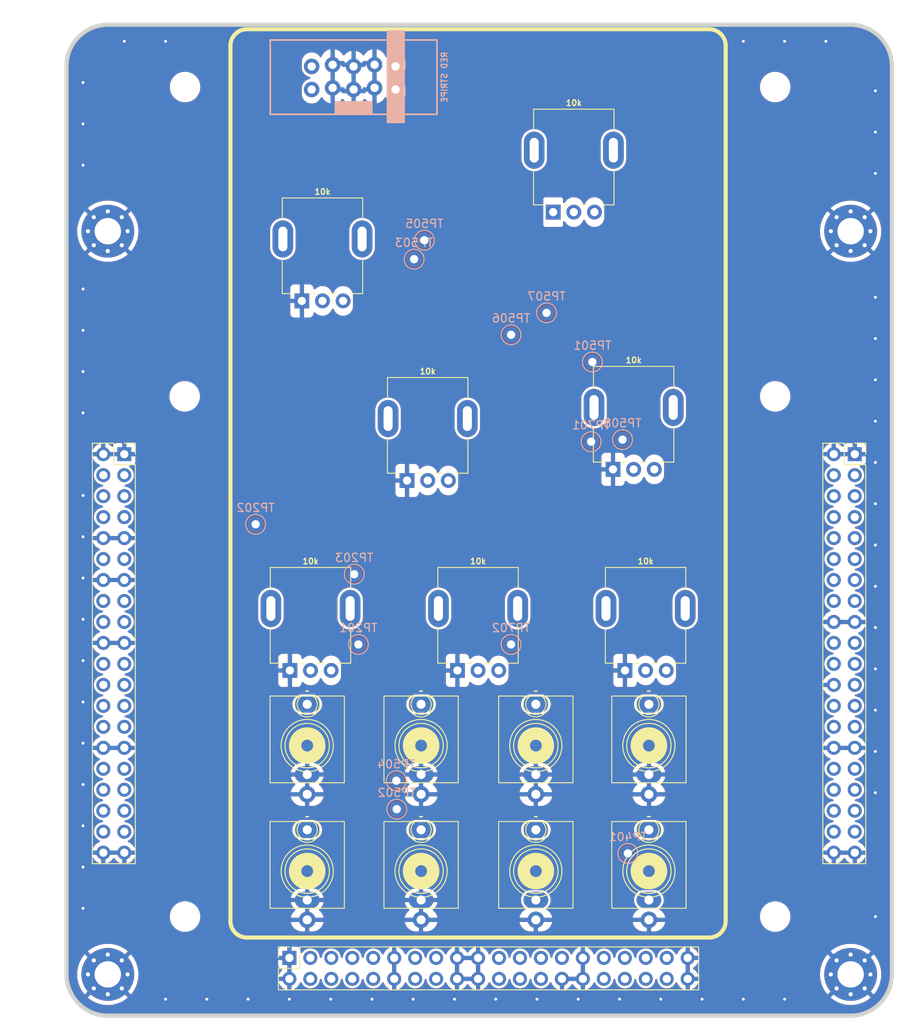
<source format=kicad_pcb>
(kicad_pcb (version 20221018) (generator pcbnew)
  (title_block (title "Neptune: Hubble Lens") (date "2023-10-02") (rev "v0") (company "Winterbloom") (comment 1 "neptune.wntr.dev") (comment 2 "CERN-OHL-P v2"))
  (layers (0 "F.Cu" signal) (31 "B.Cu" signal) (34 "B.Paste" user) (35 "F.Paste" user) (36 "B.SilkS" user "B.Silkscreen") (37 "F.SilkS" user "F.Silkscreen") (38 "B.Mask" user) (39 "F.Mask" user) (44 "Edge.Cuts" user))
  (net 0 "")
  (net 1 "GND")
  (net 2 "-12V")
  (net 3 "+12V")
  (net 4 "+3V3")
  (net 24 "DAC_3D")
  (net 25 "DAC_3C")
  (net 26 "DAC_3A")
  (net 27 "DAC_3B")
  (net 28 "DAC_4D")
  (net 29 "DAC_4C")
  (net 30 "DAC_4A")
  (net 31 "DAC_4B")
  (net 32 "DAC_1D")
  (net 33 "DAC_1C")
  (net 34 "DAC_1A")
  (net 35 "DAC_1B")
  (net 36 "DAC_2D")
  (net 37 "DAC_2C")
  (net 38 "DAC_2A")
  (net 39 "DAC_2B")
  (net 46 "EXT_OSC_A")
  (net 47 "EXT_AUDIO_B")
  (net 48 "EXT_OSC_B")
  (net 49 "EXT_OSC_C")
  (net 51 "EXT_AUDIO_A")
  (net 52 "ADC_2C")
  (net 53 "ADC_2D")
  (net 54 "ADC_2A")
  (net 55 "ADC_3C")
  (net 56 "ADC_3D")
  (net 57 "ADC_3A")
  (net 58 "ADC_3B")
  (net 59 "ADC_4C")
  (net 60 "ADC_4D")
  (net 61 "ADC_4A")
  (net 62 "ADC_1C")
  (net 63 "ADC_1D")
  (net 64 "ADC_1A")
  (net 65 "ADC_1B")
  (net 66 "IO5")
  (net 67 "IO4")
  (net 68 "IO3")
  (net 69 "IO2")
  (net 70 "IO1")
  (net 71 "EXT_INST_C")
  (net 72 "EXT_INST_D")
  (net 73 "EXT_INST_B")
  (net 74 "EXT_INST_A")
  (net 75 "EXT_FG_B")
  (net 76 "EXT_FG_A")
  (net 77 "EXT_MM_A")
  (net 78 "EXT_MM_V")
  (net 79 "EXT_OSC_D")
  (net 80 "ADC_2B")
  (net 81 "ADC_4B")
  (net 85 "Net-(J201--12V-Pad1)")
  (net 86 "Net-(J201-GND-Pad3)")
  (net 87 "Net-(J201-+12V-Pad10)")
  (footprint "Connector_PinSocket_2.54mm:PinSocket_2x20_P2.54mm_Vertical" (layer "F.Cu") (at 37.84 101.71)
    (fp_text reference "J101" hide)
    (fp_text value "Left" hide)
    (pad "1" thru_hole rect locked (at 0 0) (size 1.7 1.7) (drill 1) (layers "*.Cu" "*.Mask") (net 1 "GND"))
    (pad "2" thru_hole oval locked (at -2.54 0) (size 1.7 1.7) (drill 1) (layers "*.Cu" "*.Mask") (net 1 "GND"))
    (pad "3" thru_hole oval locked (at 0 2.54) (size 1.7 1.7) (drill 1) (layers "*.Cu" "*.Mask") (net 3 "+12V"))
    (pad "4" thru_hole oval locked (at -2.54 2.54) (size 1.7 1.7) (drill 1) (layers "*.Cu" "*.Mask") (net 2 "-12V"))
    (pad "5" thru_hole oval locked (at 0 5.08) (size 1.7 1.7) (drill 1) (layers "*.Cu" "*.Mask") (net 3 "+12V"))
    (pad "6" thru_hole oval locked (at -2.54 5.08) (size 1.7 1.7) (drill 1) (layers "*.Cu" "*.Mask") (net 2 "-12V"))
    (pad "7" thru_hole oval locked (at 0 7.62) (size 1.7 1.7) (drill 1) (layers "*.Cu" "*.Mask"))
    (pad "8" thru_hole oval locked (at -2.54 7.62) (size 1.7 1.7) (drill 1) (layers "*.Cu" "*.Mask"))
    (pad "9" thru_hole oval locked (at 0 10.16) (size 1.7 1.7) (drill 1) (layers "*.Cu" "*.Mask") (net 1 "GND"))
    (pad "10" thru_hole oval locked (at -2.54 10.16) (size 1.7 1.7) (drill 1) (layers "*.Cu" "*.Mask") (net 1 "GND"))
    (pad "11" thru_hole oval locked (at 0 12.7) (size 1.7 1.7) (drill 1) (layers "*.Cu" "*.Mask") (net 4 "+3V3"))
    (pad "12" thru_hole oval locked (at -2.54 12.7) (size 1.7 1.7) (drill 1) (layers "*.Cu" "*.Mask") (net 4 "+3V3"))
    (pad "13" thru_hole oval locked (at 0 15.24) (size 1.7 1.7) (drill 1) (layers "*.Cu" "*.Mask") (net 1 "GND"))
    (pad "14" thru_hole oval locked (at -2.54 15.24) (size 1.7 1.7) (drill 1) (layers "*.Cu" "*.Mask") (net 1 "GND"))
    (pad "15" thru_hole oval locked (at 0 17.78) (size 1.7 1.7) (drill 1) (layers "*.Cu" "*.Mask"))
    (pad "16" thru_hole oval locked (at -2.54 17.78) (size 1.7 1.7) (drill 1) (layers "*.Cu" "*.Mask"))
    (pad "17" thru_hole oval locked (at 0 20.32) (size 1.7 1.7) (drill 1) (layers "*.Cu" "*.Mask"))
    (pad "18" thru_hole oval locked (at -2.54 20.32) (size 1.7 1.7) (drill 1) (layers "*.Cu" "*.Mask"))
    (pad "19" thru_hole oval locked (at 0 22.86) (size 1.7 1.7) (drill 1) (layers "*.Cu" "*.Mask") (net 1 "GND"))
    (pad "20" thru_hole oval locked (at -2.54 22.86) (size 1.7 1.7) (drill 1) (layers "*.Cu" "*.Mask") (net 1 "GND"))
    (pad "21" thru_hole oval locked (at 0 25.4) (size 1.7 1.7) (drill 1) (layers "*.Cu" "*.Mask") (net 65 "ADC_1B"))
    (pad "22" thru_hole oval locked (at -2.54 25.4) (size 1.7 1.7) (drill 1) (layers "*.Cu" "*.Mask") (net 64 "ADC_1A"))
    (pad "23" thru_hole oval locked (at 0 27.94) (size 1.7 1.7) (drill 1) (layers "*.Cu" "*.Mask") (net 63 "ADC_1D"))
    (pad "24" thru_hole oval locked (at -2.54 27.94) (size 1.7 1.7) (drill 1) (layers "*.Cu" "*.Mask") (net 62 "ADC_1C"))
    (pad "25" thru_hole oval locked (at 0 30.48) (size 1.7 1.7) (drill 1) (layers "*.Cu" "*.Mask") (net 81 "ADC_4B"))
    (pad "26" thru_hole oval locked (at -2.54 30.48) (size 1.7 1.7) (drill 1) (layers "*.Cu" "*.Mask") (net 61 "ADC_4A"))
    (pad "27" thru_hole oval locked (at 0 33.02) (size 1.7 1.7) (drill 1) (layers "*.Cu" "*.Mask") (net 60 "ADC_4D"))
    (pad "28" thru_hole oval locked (at -2.54 33.02) (size 1.7 1.7) (drill 1) (layers "*.Cu" "*.Mask") (net 59 "ADC_4C"))
    (pad "29" thru_hole oval locked (at 0 35.56) (size 1.7 1.7) (drill 1) (layers "*.Cu" "*.Mask") (net 1 "GND"))
    (pad "30" thru_hole oval locked (at -2.54 35.56) (size 1.7 1.7) (drill 1) (layers "*.Cu" "*.Mask") (net 1 "GND"))
    (pad "31" thru_hole oval locked (at 0 38.1) (size 1.7 1.7) (drill 1) (layers "*.Cu" "*.Mask") (net 58 "ADC_3B"))
    (pad "32" thru_hole oval locked (at -2.54 38.1) (size 1.7 1.7) (drill 1) (layers "*.Cu" "*.Mask") (net 57 "ADC_3A"))
    (pad "33" thru_hole oval locked (at 0 40.64) (size 1.7 1.7) (drill 1) (layers "*.Cu" "*.Mask") (net 56 "ADC_3D"))
    (pad "34" thru_hole oval locked (at -2.54 40.64) (size 1.7 1.7) (drill 1) (layers "*.Cu" "*.Mask") (net 55 "ADC_3C"))
    (pad "35" thru_hole oval locked (at 0 43.18) (size 1.7 1.7) (drill 1) (layers "*.Cu" "*.Mask") (net 80 "ADC_2B"))
    (pad "36" thru_hole oval locked (at -2.54 43.18) (size 1.7 1.7) (drill 1) (layers "*.Cu" "*.Mask") (net 54 "ADC_2A"))
    (pad "37" thru_hole oval locked (at 0 45.72) (size 1.7 1.7) (drill 1) (layers "*.Cu" "*.Mask") (net 53 "ADC_2D"))
    (pad "38" thru_hole oval locked (at -2.54 45.72) (size 1.7 1.7) (drill 1) (layers "*.Cu" "*.Mask") (net 52 "ADC_2C"))
    (pad "39" thru_hole oval locked (at 0 48.26) (size 1.7 1.7) (drill 1) (layers "*.Cu" "*.Mask") (net 1 "GND"))
    (pad "40" thru_hole oval locked (at -2.54 48.26) (size 1.7 1.7) (drill 1) (layers "*.Cu" "*.Mask") (net 1 "GND"))
  )
  (footprint "Connector_PinSocket_2.54mm:PinSocket_2x20_P2.54mm_Vertical" (layer "F.Cu") (at 57.84 162.71 90)
    (fp_text reference "J102" hide)
    (fp_text value "Bottom" hide)
    (pad "1" thru_hole rect locked (at 0 0 90) (size 1.7 1.7) (drill 1) (layers "*.Cu" "*.Mask") (net 1 "GND"))
    (pad "2" thru_hole oval locked (at -2.54 0 90) (size 1.7 1.7) (drill 1) (layers "*.Cu" "*.Mask") (net 1 "GND"))
    (pad "3" thru_hole oval locked (at 0 2.54 90) (size 1.7 1.7) (drill 1) (layers "*.Cu" "*.Mask"))
    (pad "4" thru_hole oval locked (at -2.54 2.54 90) (size 1.7 1.7) (drill 1) (layers "*.Cu" "*.Mask"))
    (pad "5" thru_hole oval locked (at 0 5.08 90) (size 1.7 1.7) (drill 1) (layers "*.Cu" "*.Mask"))
    (pad "6" thru_hole oval locked (at -2.54 5.08 90) (size 1.7 1.7) (drill 1) (layers "*.Cu" "*.Mask"))
    (pad "7" thru_hole oval locked (at 0 7.62 90) (size 1.7 1.7) (drill 1) (layers "*.Cu" "*.Mask"))
    (pad "8" thru_hole oval locked (at -2.54 7.62 90) (size 1.7 1.7) (drill 1) (layers "*.Cu" "*.Mask"))
    (pad "9" thru_hole oval locked (at 0 10.16 90) (size 1.7 1.7) (drill 1) (layers "*.Cu" "*.Mask"))
    (pad "10" thru_hole oval locked (at -2.54 10.16 90) (size 1.7 1.7) (drill 1) (layers "*.Cu" "*.Mask"))
    (pad "11" thru_hole oval locked (at 0 12.7 90) (size 1.7 1.7) (drill 1) (layers "*.Cu" "*.Mask") (net 1 "GND"))
    (pad "12" thru_hole oval locked (at -2.54 12.7 90) (size 1.7 1.7) (drill 1) (layers "*.Cu" "*.Mask") (net 1 "GND"))
    (pad "13" thru_hole oval locked (at 0 15.24 90) (size 1.7 1.7) (drill 1) (layers "*.Cu" "*.Mask"))
    (pad "14" thru_hole oval locked (at -2.54 15.24 90) (size 1.7 1.7) (drill 1) (layers "*.Cu" "*.Mask"))
    (pad "15" thru_hole oval locked (at 0 17.78 90) (size 1.7 1.7) (drill 1) (layers "*.Cu" "*.Mask"))
    (pad "16" thru_hole oval locked (at -2.54 17.78 90) (size 1.7 1.7) (drill 1) (layers "*.Cu" "*.Mask"))
    (pad "17" thru_hole oval locked (at 0 20.32 90) (size 1.7 1.7) (drill 1) (layers "*.Cu" "*.Mask") (net 1 "GND"))
    (pad "18" thru_hole oval locked (at -2.54 20.32 90) (size 1.7 1.7) (drill 1) (layers "*.Cu" "*.Mask") (net 1 "GND"))
    (pad "19" thru_hole oval locked (at 0 22.86 90) (size 1.7 1.7) (drill 1) (layers "*.Cu" "*.Mask") (net 1 "GND"))
    (pad "20" thru_hole oval locked (at -2.54 22.86 90) (size 1.7 1.7) (drill 1) (layers "*.Cu" "*.Mask") (net 1 "GND"))
    (pad "21" thru_hole oval locked (at 0 25.4 90) (size 1.7 1.7) (drill 1) (layers "*.Cu" "*.Mask"))
    (pad "22" thru_hole oval locked (at -2.54 25.4 90) (size 1.7 1.7) (drill 1) (layers "*.Cu" "*.Mask"))
    (pad "23" thru_hole oval locked (at 0 27.94 90) (size 1.7 1.7) (drill 1) (layers "*.Cu" "*.Mask"))
    (pad "24" thru_hole oval locked (at -2.54 27.94 90) (size 1.7 1.7) (drill 1) (layers "*.Cu" "*.Mask"))
    (pad "25" thru_hole oval locked (at 0 30.48 90) (size 1.7 1.7) (drill 1) (layers "*.Cu" "*.Mask"))
    (pad "26" thru_hole oval locked (at -2.54 30.48 90) (size 1.7 1.7) (drill 1) (layers "*.Cu" "*.Mask"))
    (pad "27" thru_hole oval locked (at 0 33.02 90) (size 1.7 1.7) (drill 1) (layers "*.Cu" "*.Mask"))
    (pad "28" thru_hole oval locked (at -2.54 33.02 90) (size 1.7 1.7) (drill 1) (layers "*.Cu" "*.Mask") (net 1 "GND"))
    (pad "29" thru_hole oval locked (at 0 35.56 90) (size 1.7 1.7) (drill 1) (layers "*.Cu" "*.Mask") (net 1 "GND"))
    (pad "30" thru_hole oval locked (at -2.54 35.56 90) (size 1.7 1.7) (drill 1) (layers "*.Cu" "*.Mask") (net 1 "GND"))
    (pad "31" thru_hole oval locked (at 0 38.1 90) (size 1.7 1.7) (drill 1) (layers "*.Cu" "*.Mask") (net 24 "DAC_3D"))
    (pad "32" thru_hole oval locked (at -2.54 38.1 90) (size 1.7 1.7) (drill 1) (layers "*.Cu" "*.Mask") (net 25 "DAC_3C"))
    (pad "33" thru_hole oval locked (at 0 40.64 90) (size 1.7 1.7) (drill 1) (layers "*.Cu" "*.Mask") (net 27 "DAC_3B"))
    (pad "34" thru_hole oval locked (at -2.54 40.64 90) (size 1.7 1.7) (drill 1) (layers "*.Cu" "*.Mask") (net 26 "DAC_3A"))
    (pad "35" thru_hole oval locked (at 0 43.18 90) (size 1.7 1.7) (drill 1) (layers "*.Cu" "*.Mask") (net 36 "DAC_2D"))
    (pad "36" thru_hole oval locked (at -2.54 43.18 90) (size 1.7 1.7) (drill 1) (layers "*.Cu" "*.Mask") (net 37 "DAC_2C"))
    (pad "37" thru_hole oval locked (at 0 45.72 90) (size 1.7 1.7) (drill 1) (layers "*.Cu" "*.Mask") (net 39 "DAC_2B"))
    (pad "38" thru_hole oval locked (at -2.54 45.72 90) (size 1.7 1.7) (drill 1) (layers "*.Cu" "*.Mask") (net 38 "DAC_2A"))
    (pad "39" thru_hole oval locked (at 0 48.26 90) (size 1.7 1.7) (drill 1) (layers "*.Cu" "*.Mask") (net 1 "GND"))
    (pad "40" thru_hole oval locked (at -2.54 48.26 90) (size 1.7 1.7) (drill 1) (layers "*.Cu" "*.Mask") (net 1 "GND"))
  )
  (footprint "Connector_PinSocket_2.54mm:PinSocket_2x20_P2.54mm_Vertical" (layer "F.Cu") (at 126.34 101.71)
    (fp_text reference "J103" hide)
    (fp_text value "Right" hide)
    (pad "1" thru_hole rect locked (at 0 0) (size 1.7 1.7) (drill 1) (layers "*.Cu" "*.Mask") (net 1 "GND"))
    (pad "2" thru_hole oval locked (at -2.54 0) (size 1.7 1.7) (drill 1) (layers "*.Cu" "*.Mask") (net 1 "GND"))
    (pad "3" thru_hole oval locked (at 0 2.54) (size 1.7 1.7) (drill 1) (layers "*.Cu" "*.Mask") (net 46 "EXT_OSC_A"))
    (pad "4" thru_hole oval locked (at -2.54 2.54) (size 1.7 1.7) (drill 1) (layers "*.Cu" "*.Mask") (net 48 "EXT_OSC_B"))
    (pad "5" thru_hole oval locked (at 0 5.08) (size 1.7 1.7) (drill 1) (layers "*.Cu" "*.Mask") (net 79 "EXT_OSC_D"))
    (pad "6" thru_hole oval locked (at -2.54 5.08) (size 1.7 1.7) (drill 1) (layers "*.Cu" "*.Mask") (net 49 "EXT_OSC_C"))
    (pad "7" thru_hole oval locked (at 0 7.62) (size 1.7 1.7) (drill 1) (layers "*.Cu" "*.Mask") (net 51 "EXT_AUDIO_A"))
    (pad "8" thru_hole oval locked (at -2.54 7.62) (size 1.7 1.7) (drill 1) (layers "*.Cu" "*.Mask") (net 47 "EXT_AUDIO_B"))
    (pad "9" thru_hole oval locked (at 0 10.16) (size 1.7 1.7) (drill 1) (layers "*.Cu" "*.Mask") (net 78 "EXT_MM_V"))
    (pad "10" thru_hole oval locked (at -2.54 10.16) (size 1.7 1.7) (drill 1) (layers "*.Cu" "*.Mask") (net 77 "EXT_MM_A"))
    (pad "11" thru_hole oval locked (at 0 12.7) (size 1.7 1.7) (drill 1) (layers "*.Cu" "*.Mask") (net 76 "EXT_FG_A"))
    (pad "12" thru_hole oval locked (at -2.54 12.7) (size 1.7 1.7) (drill 1) (layers "*.Cu" "*.Mask") (net 75 "EXT_FG_B"))
    (pad "13" thru_hole oval locked (at 0 15.24) (size 1.7 1.7) (drill 1) (layers "*.Cu" "*.Mask") (net 74 "EXT_INST_A"))
    (pad "14" thru_hole oval locked (at -2.54 15.24) (size 1.7 1.7) (drill 1) (layers "*.Cu" "*.Mask") (net 73 "EXT_INST_B"))
    (pad "15" thru_hole oval locked (at 0 17.78) (size 1.7 1.7) (drill 1) (layers "*.Cu" "*.Mask") (net 72 "EXT_INST_D"))
    (pad "16" thru_hole oval locked (at -2.54 17.78) (size 1.7 1.7) (drill 1) (layers "*.Cu" "*.Mask") (net 71 "EXT_INST_C"))
    (pad "17" thru_hole oval locked (at 0 20.32) (size 1.7 1.7) (drill 1) (layers "*.Cu" "*.Mask") (net 1 "GND"))
    (pad "18" thru_hole oval locked (at -2.54 20.32) (size 1.7 1.7) (drill 1) (layers "*.Cu" "*.Mask") (net 1 "GND"))
    (pad "19" thru_hole oval locked (at 0 22.86) (size 1.7 1.7) (drill 1) (layers "*.Cu" "*.Mask") (net 70 "IO1"))
    (pad "20" thru_hole oval locked (at -2.54 22.86) (size 1.7 1.7) (drill 1) (layers "*.Cu" "*.Mask") (net 69 "IO2"))
    (pad "21" thru_hole oval locked (at 0 25.4) (size 1.7 1.7) (drill 1) (layers "*.Cu" "*.Mask") (net 68 "IO3"))
    (pad "22" thru_hole oval locked (at -2.54 25.4) (size 1.7 1.7) (drill 1) (layers "*.Cu" "*.Mask") (net 67 "IO4"))
    (pad "23" thru_hole oval locked (at 0 27.94) (size 1.7 1.7) (drill 1) (layers "*.Cu" "*.Mask") (net 66 "IO5"))
    (pad "24" thru_hole oval locked (at -2.54 27.94) (size 1.7 1.7) (drill 1) (layers "*.Cu" "*.Mask") (net 1 "GND"))
    (pad "25" thru_hole oval locked (at 0 30.48) (size 1.7 1.7) (drill 1) (layers "*.Cu" "*.Mask"))
    (pad "26" thru_hole oval locked (at -2.54 30.48) (size 1.7 1.7) (drill 1) (layers "*.Cu" "*.Mask"))
    (pad "27" thru_hole oval locked (at 0 33.02) (size 1.7 1.7) (drill 1) (layers "*.Cu" "*.Mask"))
    (pad "28" thru_hole oval locked (at -2.54 33.02) (size 1.7 1.7) (drill 1) (layers "*.Cu" "*.Mask"))
    (pad "29" thru_hole oval locked (at 0 35.56) (size 1.7 1.7) (drill 1) (layers "*.Cu" "*.Mask") (net 1 "GND"))
    (pad "30" thru_hole oval locked (at -2.54 35.56) (size 1.7 1.7) (drill 1) (layers "*.Cu" "*.Mask") (net 1 "GND"))
    (pad "31" thru_hole oval locked (at 0 38.1) (size 1.7 1.7) (drill 1) (layers "*.Cu" "*.Mask") (net 35 "DAC_1B"))
    (pad "32" thru_hole oval locked (at -2.54 38.1) (size 1.7 1.7) (drill 1) (layers "*.Cu" "*.Mask") (net 34 "DAC_1A"))
    (pad "33" thru_hole oval locked (at 0 40.64) (size 1.7 1.7) (drill 1) (layers "*.Cu" "*.Mask") (net 32 "DAC_1D"))
    (pad "34" thru_hole oval locked (at -2.54 40.64) (size 1.7 1.7) (drill 1) (layers "*.Cu" "*.Mask") (net 33 "DAC_1C"))
    (pad "35" thru_hole oval locked (at 0 43.18) (size 1.7 1.7) (drill 1) (layers "*.Cu" "*.Mask") (net 31 "DAC_4B"))
    (pad "36" thru_hole oval locked (at -2.54 43.18) (size 1.7 1.7) (drill 1) (layers "*.Cu" "*.Mask") (net 30 "DAC_4A"))
    (pad "37" thru_hole oval locked (at 0 45.72) (size 1.7 1.7) (drill 1) (layers "*.Cu" "*.Mask") (net 28 "DAC_4D"))
    (pad "38" thru_hole oval locked (at -2.54 45.72) (size 1.7 1.7) (drill 1) (layers "*.Cu" "*.Mask") (net 29 "DAC_4C"))
    (pad "39" thru_hole oval locked (at 0 48.26) (size 1.7 1.7) (drill 1) (layers "*.Cu" "*.Mask") (net 1 "GND"))
    (pad "40" thru_hole oval locked (at -2.54 48.26) (size 1.7 1.7) (drill 1) (layers "*.Cu" "*.Mask") (net 1 "GND"))
  )
  (footprint "MountingHole:MountingHole_3.2mm_M3_Pad_Via" (layer "F.Cu") (at 35.84 74.71)
    (fp_text reference "H2" hide)
    (fp_text value "M3" hide)
    (pad "1" thru_hole circle (at -2.4 0) (size 0.8 0.8) (drill 0.5) (layers "*.Cu" "*.Mask") (net 1 "GND"))
    (pad "1" thru_hole circle (at -1.697056 -1.697056) (size 0.8 0.8) (drill 0.5) (layers "*.Cu" "*.Mask") (net 1 "GND"))
    (pad "1" thru_hole circle (at -1.697056 1.697056) (size 0.8 0.8) (drill 0.5) (layers "*.Cu" "*.Mask") (net 1 "GND"))
    (pad "1" thru_hole circle (at 0 -2.4) (size 0.8 0.8) (drill 0.5) (layers "*.Cu" "*.Mask") (net 1 "GND"))
    (pad "1" thru_hole circle (at 0 0) (size 6.4 6.4) (drill 3.2) (layers "*.Cu" "*.Mask") (net 1 "GND"))
    (pad "1" thru_hole circle (at 0 2.4) (size 0.8 0.8) (drill 0.5) (layers "*.Cu" "*.Mask") (net 1 "GND"))
    (pad "1" thru_hole circle (at 1.697056 -1.697056) (size 0.8 0.8) (drill 0.5) (layers "*.Cu" "*.Mask") (net 1 "GND"))
    (pad "1" thru_hole circle (at 1.697056 1.697056) (size 0.8 0.8) (drill 0.5) (layers "*.Cu" "*.Mask") (net 1 "GND"))
    (pad "1" thru_hole circle (at 2.4 0) (size 0.8 0.8) (drill 0.5) (layers "*.Cu" "*.Mask") (net 1 "GND"))
  )
  (footprint "MountingHole:MountingHole_3.2mm_M3_Pad_Via" (layer "F.Cu") (at 125.84 164.71)
    (fp_text reference "H3" hide)
    (fp_text value "M3" hide)
    (pad "1" thru_hole circle (at -2.4 0) (size 0.8 0.8) (drill 0.5) (layers "*.Cu" "*.Mask") (net 1 "GND"))
    (pad "1" thru_hole circle (at -1.697056 -1.697056) (size 0.8 0.8) (drill 0.5) (layers "*.Cu" "*.Mask") (net 1 "GND"))
    (pad "1" thru_hole circle (at -1.697056 1.697056) (size 0.8 0.8) (drill 0.5) (layers "*.Cu" "*.Mask") (net 1 "GND"))
    (pad "1" thru_hole circle (at 0 -2.4) (size 0.8 0.8) (drill 0.5) (layers "*.Cu" "*.Mask") (net 1 "GND"))
    (pad "1" thru_hole circle (at 0 0) (size 6.4 6.4) (drill 3.2) (layers "*.Cu" "*.Mask") (net 1 "GND"))
    (pad "1" thru_hole circle (at 0 2.4) (size 0.8 0.8) (drill 0.5) (layers "*.Cu" "*.Mask") (net 1 "GND"))
    (pad "1" thru_hole circle (at 1.697056 -1.697056) (size 0.8 0.8) (drill 0.5) (layers "*.Cu" "*.Mask") (net 1 "GND"))
    (pad "1" thru_hole circle (at 1.697056 1.697056) (size 0.8 0.8) (drill 0.5) (layers "*.Cu" "*.Mask") (net 1 "GND"))
    (pad "1" thru_hole circle (at 2.4 0) (size 0.8 0.8) (drill 0.5) (layers "*.Cu" "*.Mask") (net 1 "GND"))
  )
  (footprint "MountingHole:MountingHole_3.2mm_M3_Pad_Via" (layer "F.Cu") (at 125.84 74.71)
    (fp_text reference "H4" hide)
    (fp_text value "M3" hide)
    (pad "1" thru_hole circle (at -2.4 0) (size 0.8 0.8) (drill 0.5) (layers "*.Cu" "*.Mask") (net 1 "GND"))
    (pad "1" thru_hole circle (at -1.697056 -1.697056) (size 0.8 0.8) (drill 0.5) (layers "*.Cu" "*.Mask") (net 1 "GND"))
    (pad "1" thru_hole circle (at -1.697056 1.697056) (size 0.8 0.8) (drill 0.5) (layers "*.Cu" "*.Mask") (net 1 "GND"))
    (pad "1" thru_hole circle (at 0 -2.4) (size 0.8 0.8) (drill 0.5) (layers "*.Cu" "*.Mask") (net 1 "GND"))
    (pad "1" thru_hole circle (at 0 0) (size 6.4 6.4) (drill 3.2) (layers "*.Cu" "*.Mask") (net 1 "GND"))
    (pad "1" thru_hole circle (at 0 2.4) (size 0.8 0.8) (drill 0.5) (layers "*.Cu" "*.Mask") (net 1 "GND"))
    (pad "1" thru_hole circle (at 1.697056 -1.697056) (size 0.8 0.8) (drill 0.5) (layers "*.Cu" "*.Mask") (net 1 "GND"))
    (pad "1" thru_hole circle (at 1.697056 1.697056) (size 0.8 0.8) (drill 0.5) (layers "*.Cu" "*.Mask") (net 1 "GND"))
    (pad "1" thru_hole circle (at 2.4 0) (size 0.8 0.8) (drill 0.5) (layers "*.Cu" "*.Mask") (net 1 "GND"))
  )
  (footprint "MountingHole:MountingHole_3.2mm_M3_Pad_Via" (layer "F.Cu") (at 35.84 164.71)
    (fp_text reference "H5" hide)
    (fp_text value "M3" hide)
    (pad "1" thru_hole circle (at -2.4 0) (size 0.8 0.8) (drill 0.5) (layers "*.Cu" "*.Mask") (net 1 "GND"))
    (pad "1" thru_hole circle (at -1.697056 -1.697056) (size 0.8 0.8) (drill 0.5) (layers "*.Cu" "*.Mask") (net 1 "GND"))
    (pad "1" thru_hole circle (at -1.697056 1.697056) (size 0.8 0.8) (drill 0.5) (layers "*.Cu" "*.Mask") (net 1 "GND"))
    (pad "1" thru_hole circle (at 0 -2.4) (size 0.8 0.8) (drill 0.5) (layers "*.Cu" "*.Mask") (net 1 "GND"))
    (pad "1" thru_hole circle (at 0 0) (size 6.4 6.4) (drill 3.2) (layers "*.Cu" "*.Mask") (net 1 "GND"))
    (pad "1" thru_hole circle (at 0 2.4) (size 0.8 0.8) (drill 0.5) (layers "*.Cu" "*.Mask") (net 1 "GND"))
    (pad "1" thru_hole circle (at 1.697056 -1.697056) (size 0.8 0.8) (drill 0.5) (layers "*.Cu" "*.Mask") (net 1 "GND"))
    (pad "1" thru_hole circle (at 1.697056 1.697056) (size 0.8 0.8) (drill 0.5) (layers "*.Cu" "*.Mask") (net 1 "GND"))
    (pad "1" thru_hole circle (at 2.4 0) (size 0.8 0.8) (drill 0.5) (layers "*.Cu" "*.Mask") (net 1 "GND"))
  )
  (footprint "MountingHole:MountingHole_3.2mm_M3" (layer "F.Cu") (at 45.2 157.71)
    (fp_text reference "H6" hide)
    (fp_text value "M3" hide)
    (pad "" np_thru_hole circle (at 0 0) (size 3.2 3.2) (drill 3.2) (layers "*.Cu" "*.Mask"))
  )
  (footprint "MountingHole:MountingHole_3.2mm_M3" (layer "F.Cu") (at 116.7 157.71)
    (fp_text reference "H7" hide)
    (fp_text value "M3" hide)
    (pad "" np_thru_hole circle (at 0 0) (size 3.2 3.2) (drill 3.2) (layers "*.Cu" "*.Mask"))
  )
  (footprint "MountingHole:MountingHole_3.2mm_M3" (layer "F.Cu") (at 45.2 57.25)
    (fp_text reference "H8" hide)
    (fp_text value "M3" hide)
    (pad "" np_thru_hole circle (at 0 0) (size 3.2 3.2) (drill 3.2) (layers "*.Cu" "*.Mask"))
  )
  (footprint "MountingHole:MountingHole_3.2mm_M3" (layer "F.Cu") (at 116.7 57.25)
    (fp_text reference "H9" hide)
    (fp_text value "M3" hide)
    (pad "" np_thru_hole circle (at 0 0) (size 3.2 3.2) (drill 3.2) (layers "*.Cu" "*.Mask"))
  )
  (footprint "winterbloom:AudioJack_WQP518MA_Compact_S" (layer "F.Cu") (at 73.8 152.2)
    (fp_text reference "J302" hide)
    (fp_text value "~" (at 0.01 -6.61 180) (layer "F.SilkS") (effects (font (size 0.7 0.7))))
    (pad "S" thru_hole circle locked (at 0 5.9) (size 2 2) (drill 1.1) (layers "*.Cu" "*.Mask"))
    (pad "T" thru_hole oval locked (at 0 -5) (size 3 2) (drill 1.1) (layers "*.Cu" "*.Mask"))
    (pad "TN" thru_hole oval locked (at 0 3.5) (size 3 2) (drill 1.1) (layers "*.Cu" "*.Mask"))
    (zone (net 0) (net_name "") (layer "F.Cu") (connect_pads (clearance 0)) (min_thickness 0.254)
      (keepout (tracks not_allowed) (vias not_allowed) (pads not_allowed) (copperpour not_allowed) (footprints not_allowed))
      (fill (thermal_gap 0.508) (thermal_bridge_width 0.508))
      (polygon (pts (xy 74.7 151) (xy 75.2 151.6) (xy 75.3 152.2) (xy 75.2 152.8) (xy 74.7 153.4) (xy 73.8 153.7) (xy 72.9 153.4) (xy 72.4 152.8) (xy 72.3 152.2) (xy 72.4 151.6) (xy 72.9 151) (xy 73.8 150.7)))
    )
  )
  (footprint "winterbloom:AudioJack_WQP518MA_Compact_S" (layer "F.Cu") (at 87.7 137)
    (fp_text reference "J401" hide)
    (fp_text value "~" (at 0.01 -6.61 180) (layer "F.SilkS") (effects (font (size 0.7 0.7))))
    (pad "S" thru_hole circle locked (at 0 5.9) (size 2 2) (drill 1.1) (layers "*.Cu" "*.Mask"))
    (pad "T" thru_hole oval locked (at 0 -5) (size 3 2) (drill 1.1) (layers "*.Cu" "*.Mask"))
    (pad "TN" thru_hole oval locked (at 0 3.5) (size 3 2) (drill 1.1) (layers "*.Cu" "*.Mask"))
    (zone (net 0) (net_name "") (layer "F.Cu") (connect_pads (clearance 0)) (min_thickness 0.254)
      (keepout (tracks not_allowed) (vias not_allowed) (pads not_allowed) (copperpour not_allowed) (footprints not_allowed))
      (fill (thermal_gap 0.508) (thermal_bridge_width 0.508))
      (polygon (pts (xy 88.6 135.8) (xy 89.1 136.4) (xy 89.2 137) (xy 89.1 137.6) (xy 88.6 138.2) (xy 87.7 138.5) (xy 86.8 138.2) (xy 86.3 137.6) (xy 86.2 137) (xy 86.3 136.4) (xy 86.8 135.8) (xy 87.7 135.5)))
    )
  )
  (footprint "winterbloom:AudioJack_WQP518MA_Compact_S" (layer "F.Cu") (at 101.4 152.2)
    (fp_text reference "J802" hide)
    (fp_text value "~" (at 0.01 -6.61 180) (layer "F.SilkS") (effects (font (size 0.7 0.7))))
    (pad "S" thru_hole circle locked (at 0 5.9) (size 2 2) (drill 1.1) (layers "*.Cu" "*.Mask"))
    (pad "T" thru_hole oval locked (at 0 -5) (size 3 2) (drill 1.1) (layers "*.Cu" "*.Mask"))
    (pad "TN" thru_hole oval locked (at 0 3.5) (size 3 2) (drill 1.1) (layers "*.Cu" "*.Mask"))
    (zone (net 0) (net_name "") (layer "F.Cu") (connect_pads (clearance 0)) (min_thickness 0.254)
      (keepout (tracks not_allowed) (vias not_allowed) (pads not_allowed) (copperpour not_allowed) (footprints not_allowed))
      (fill (thermal_gap 0.508) (thermal_bridge_width 0.508))
      (polygon (pts (xy 102.3 151) (xy 102.8 151.6) (xy 102.9 152.2) (xy 102.8 152.8) (xy 102.3 153.4) (xy 101.4 153.7) (xy 100.5 153.4) (xy 100 152.8) (xy 99.9 152.2) (xy 100 151.6) (xy 100.5 151) (xy 101.4 150.7)))
    )
  )
  (footprint "winterbloom:Potentiometer_Alpha_R0904N" (layer "F.Cu") (at 101 120.4)
    (fp_text reference "RV403")
    (fp_text value "10k" (at 0.005 -5.72) (layer "F.SilkS") (effects (font (size 0.7 0.7))))
    (pad "" thru_hole oval locked (at -4.8 0 180) (size 2.5 4.5) (drill oval 1.1 3) (layers "*.Cu" "*.Mask"))
    (pad "" thru_hole oval locked (at 4.8 0 180) (size 2.5 4.5) (drill oval 1.1 3) (layers "*.Cu" "*.Mask"))
    (pad "1" thru_hole rect locked (at -2.5 7.5 180) (size 1.8 1.8) (drill 1) (layers "*.Cu" "*.Mask"))
    (pad "2" thru_hole circle locked (at 0 7.5 180) (size 1.8 1.8) (drill 1) (layers "*.Cu" "*.Mask"))
    (pad "3" thru_hole circle locked (at 2.5 7.5 180) (size 1.8 1.8) (drill 1) (layers "*.Cu" "*.Mask"))
  )
  (footprint "winterbloom:Potentiometer_Alpha_R0904N" (layer "F.Cu") (at 61.85 75.65)
    (fp_text reference "RV601")
    (fp_text value "10k" (at 0.005 -5.72) (layer "F.SilkS") (effects (font (size 0.7 0.7))))
    (pad "" thru_hole oval locked (at -4.8 0 180) (size 2.5 4.5) (drill oval 1.1 3) (layers "*.Cu" "*.Mask"))
    (pad "" thru_hole oval locked (at 4.8 0 180) (size 2.5 4.5) (drill oval 1.1 3) (layers "*.Cu" "*.Mask"))
    (pad "1" thru_hole rect locked (at -2.5 7.5 180) (size 1.8 1.8) (drill 1) (layers "*.Cu" "*.Mask"))
    (pad "2" thru_hole circle locked (at 0 7.5 180) (size 1.8 1.8) (drill 1) (layers "*.Cu" "*.Mask"))
    (pad "3" thru_hole circle locked (at 2.5 7.5 180) (size 1.8 1.8) (drill 1) (layers "*.Cu" "*.Mask"))
  )
  (footprint "winterbloom:Potentiometer_Alpha_R0904N" (layer "F.Cu") (at 60.4 120.4)
    (fp_text reference "RV301")
    (fp_text value "10k" (at 0.005 -5.72) (layer "F.SilkS") (effects (font (size 0.7 0.7))))
    (pad "" thru_hole oval locked (at -4.8 0 180) (size 2.5 4.5) (drill oval 1.1 3) (layers "*.Cu" "*.Mask"))
    (pad "" thru_hole oval locked (at 4.8 0 180) (size 2.5 4.5) (drill oval 1.1 3) (layers "*.Cu" "*.Mask"))
    (pad "1" thru_hole rect locked (at -2.5 7.5 180) (size 1.8 1.8) (drill 1) (layers "*.Cu" "*.Mask"))
    (pad "2" thru_hole circle locked (at 0 7.5 180) (size 1.8 1.8) (drill 1) (layers "*.Cu" "*.Mask"))
    (pad "3" thru_hole circle locked (at 2.5 7.5 180) (size 1.8 1.8) (drill 1) (layers "*.Cu" "*.Mask"))
  )
  (footprint "MountingHole:MountingHole_3.2mm_M3" (layer "F.Cu") (at 45.153524 94.71)
    (fp_text reference "H10" hide)
    (fp_text value "M3" hide)
    (pad "" np_thru_hole circle (at 0 0) (size 3.2 3.2) (drill 3.2) (layers "*.Cu" "*.Mask"))
  )
  (footprint "winterbloom:AudioJack_WQP518MA_Compact_S" (layer "F.Cu") (at 60 152.2)
    (fp_text reference "J301" hide)
    (fp_text value "~" (at 0.01 -6.61 180) (layer "F.SilkS") (effects (font (size 0.7 0.7))))
    (pad "S" thru_hole circle locked (at 0 5.9) (size 2 2) (drill 1.1) (layers "*.Cu" "*.Mask"))
    (pad "T" thru_hole oval locked (at 0 -5) (size 3 2) (drill 1.1) (layers "*.Cu" "*.Mask"))
    (pad "TN" thru_hole oval locked (at 0 3.5) (size 3 2) (drill 1.1) (layers "*.Cu" "*.Mask"))
    (zone (net 0) (net_name "") (layer "F.Cu") (connect_pads (clearance 0)) (min_thickness 0.254)
      (keepout (tracks not_allowed) (vias not_allowed) (pads not_allowed) (copperpour not_allowed) (footprints not_allowed))
      (fill (thermal_gap 0.508) (thermal_bridge_width 0.508))
      (polygon (pts (xy 60.9 151) (xy 61.4 151.6) (xy 61.5 152.2) (xy 61.4 152.8) (xy 60.9 153.4) (xy 60 153.7) (xy 59.1 153.4) (xy 58.6 152.8) (xy 58.5 152.2) (xy 58.6 151.6) (xy 59.1 151) (xy 60 150.7)))
    )
  )
  (footprint "winterbloom:AudioJack_WQP518MA_Compact_S" (layer "F.Cu") (at 87.7 152.2)
    (fp_text reference "J801" hide)
    (fp_text value "~" (at 0.01 -6.61 180) (layer "F.SilkS") (effects (font (size 0.7 0.7))))
    (pad "S" thru_hole circle locked (at 0 5.9) (size 2 2) (drill 1.1) (layers "*.Cu" "*.Mask"))
    (pad "T" thru_hole oval locked (at 0 -5) (size 3 2) (drill 1.1) (layers "*.Cu" "*.Mask"))
    (pad "TN" thru_hole oval locked (at 0 3.5) (size 3 2) (drill 1.1) (layers "*.Cu" "*.Mask"))
    (zone (net 0) (net_name "") (layer "F.Cu") (connect_pads (clearance 0)) (min_thickness 0.254)
      (keepout (tracks not_allowed) (vias not_allowed) (pads not_allowed) (copperpour not_allowed) (footprints not_allowed))
      (fill (thermal_gap 0.508) (thermal_bridge_width 0.508))
      (polygon (pts (xy 88.6 151) (xy 89.1 151.6) (xy 89.2 152.2) (xy 89.1 152.8) (xy 88.6 153.4) (xy 87.7 153.7) (xy 86.8 153.4) (xy 86.3 152.8) (xy 86.2 152.2) (xy 86.3 151.6) (xy 86.8 151) (xy 87.7 150.7)))
    )
  )
  (footprint "winterbloom:AudioJack_WQP518MA_Compact_S" (layer "F.Cu") (at 60 137)
    (fp_text reference "J601" hide)
    (fp_text value "~" (at 0.01 -6.61 180) (layer "F.SilkS") (effects (font (size 0.7 0.7))))
    (pad "S" thru_hole circle locked (at 0 5.9) (size 2 2) (drill 1.1) (layers "*.Cu" "*.Mask"))
    (pad "T" thru_hole oval locked (at 0 -5) (size 3 2) (drill 1.1) (layers "*.Cu" "*.Mask"))
    (pad "TN" thru_hole oval locked (at 0 3.5) (size 3 2) (drill 1.1) (layers "*.Cu" "*.Mask"))
    (zone (net 0) (net_name "") (layer "F.Cu") (connect_pads (clearance 0)) (min_thickness 0.254)
      (keepout (tracks not_allowed) (vias not_allowed) (pads not_allowed) (copperpour not_allowed) (footprints not_allowed))
      (fill (thermal_gap 0.508) (thermal_bridge_width 0.508))
      (polygon (pts (xy 60.9 135.8) (xy 61.4 136.4) (xy 61.5 137) (xy 61.4 137.6) (xy 60.9 138.2) (xy 60 138.5) (xy 59.1 138.2) (xy 58.6 137.6) (xy 58.5 137) (xy 58.6 136.4) (xy 59.1 135.8) (xy 60 135.5)))
    )
  )
  (footprint "winterbloom:Potentiometer_Alpha_R0904N" (layer "F.Cu") (at 99.55 96.05)
    (fp_text reference "RV402")
    (fp_text value "10k" (at 0.005 -5.72) (layer "F.SilkS") (effects (font (size 0.7 0.7))))
    (pad "" thru_hole oval locked (at -4.8 0 180) (size 2.5 4.5) (drill oval 1.1 3) (layers "*.Cu" "*.Mask"))
    (pad "" thru_hole oval locked (at 4.8 0 180) (size 2.5 4.5) (drill oval 1.1 3) (layers "*.Cu" "*.Mask"))
    (pad "1" thru_hole rect locked (at -2.5 7.5 180) (size 1.8 1.8) (drill 1) (layers "*.Cu" "*.Mask"))
    (pad "2" thru_hole circle locked (at 0 7.5 180) (size 1.8 1.8) (drill 1) (layers "*.Cu" "*.Mask"))
    (pad "3" thru_hole circle locked (at 2.5 7.5 180) (size 1.8 1.8) (drill 1) (layers "*.Cu" "*.Mask"))
  )
  (footprint "winterbloom:AudioJack_WQP518MA_Compact_S" (layer "F.Cu") (at 73.8 137)
    (fp_text reference "J701" hide)
    (fp_text value "~" (at 0.01 -6.61 180) (layer "F.SilkS") (effects (font (size 0.7 0.7))))
    (pad "S" thru_hole circle locked (at 0 5.9) (size 2 2) (drill 1.1) (layers "*.Cu" "*.Mask"))
    (pad "T" thru_hole oval locked (at 0 -5) (size 3 2) (drill 1.1) (layers "*.Cu" "*.Mask"))
    (pad "TN" thru_hole oval locked (at 0 3.5) (size 3 2) (drill 1.1) (layers "*.Cu" "*.Mask"))
    (zone (net 0) (net_name "") (layer "F.Cu") (connect_pads (clearance 0)) (min_thickness 0.254)
      (keepout (tracks not_allowed) (vias not_allowed) (pads not_allowed) (copperpour not_allowed) (footprints not_allowed))
      (fill (thermal_gap 0.508) (thermal_bridge_width 0.508))
      (polygon (pts (xy 74.7 135.8) (xy 75.2 136.4) (xy 75.3 137) (xy 75.2 137.6) (xy 74.7 138.2) (xy 73.8 138.5) (xy 72.9 138.2) (xy 72.4 137.6) (xy 72.3 137) (xy 72.4 136.4) (xy 72.9 135.8) (xy 73.8 135.5)))
    )
  )
  (footprint "MountingHole:MountingHole_3.2mm_M3" (layer "F.Cu") (at 116.7 94.71)
    (fp_text reference "H1" hide)
    (fp_text value "M3" hide)
    (pad "" np_thru_hole circle (at 0 0) (size 3.2 3.2) (drill 3.2) (layers "*.Cu" "*.Mask"))
  )
  (footprint "winterbloom:Potentiometer_Alpha_R0904N" (layer "F.Cu") (at 92.3 64.9)
    (fp_text reference "RV401")
    (fp_text value "10k" (at 0.005 -5.72) (layer "F.SilkS") (effects (font (size 0.7 0.7))))
    (pad "" thru_hole oval locked (at -4.8 0 180) (size 2.5 4.5) (drill oval 1.1 3) (layers "*.Cu" "*.Mask"))
    (pad "" thru_hole oval locked (at 4.8 0 180) (size 2.5 4.5) (drill oval 1.1 3) (layers "*.Cu" "*.Mask"))
    (pad "1" thru_hole rect locked (at -2.5 7.5 180) (size 1.8 1.8) (drill 1) (layers "*.Cu" "*.Mask"))
    (pad "2" thru_hole circle locked (at 0 7.5 180) (size 1.8 1.8) (drill 1) (layers "*.Cu" "*.Mask"))
    (pad "3" thru_hole circle locked (at 2.5 7.5 180) (size 1.8 1.8) (drill 1) (layers "*.Cu" "*.Mask"))
  )
  (footprint "winterbloom:Potentiometer_Alpha_R0904N" (layer "F.Cu") (at 74.6 97.4)
    (fp_text reference "RV701")
    (fp_text value "10k" (at 0.005 -5.72) (layer "F.SilkS") (effects (font (size 0.7 0.7))))
    (pad "" thru_hole oval locked (at -4.8 0 180) (size 2.5 4.5) (drill oval 1.1 3) (layers "*.Cu" "*.Mask"))
    (pad "" thru_hole oval locked (at 4.8 0 180) (size 2.5 4.5) (drill oval 1.1 3) (layers "*.Cu" "*.Mask"))
    (pad "1" thru_hole rect locked (at -2.5 7.5 180) (size 1.8 1.8) (drill 1) (layers "*.Cu" "*.Mask"))
    (pad "2" thru_hole circle locked (at 0 7.5 180) (size 1.8 1.8) (drill 1) (layers "*.Cu" "*.Mask"))
    (pad "3" thru_hole circle locked (at 2.5 7.5 180) (size 1.8 1.8) (drill 1) (layers "*.Cu" "*.Mask"))
  )
  (footprint "winterbloom:AudioJack_WQP518MA_Compact_S" (layer "F.Cu") (at 101.4 137)
    (fp_text reference "J402" hide)
    (fp_text value "~" (at 0.01 -6.61 180) (layer "F.SilkS") (effects (font (size 0.7 0.7))))
    (pad "S" thru_hole circle locked (at 0 5.9) (size 2 2) (drill 1.1) (layers "*.Cu" "*.Mask"))
    (pad "T" thru_hole oval locked (at 0 -5) (size 3 2) (drill 1.1) (layers "*.Cu" "*.Mask"))
    (pad "TN" thru_hole oval locked (at 0 3.5) (size 3 2) (drill 1.1) (layers "*.Cu" "*.Mask"))
    (zone (net 0) (net_name "") (layer "F.Cu") (connect_pads (clearance 0)) (min_thickness 0.254)
      (keepout (tracks not_allowed) (vias not_allowed) (pads not_allowed) (copperpour not_allowed) (footprints not_allowed))
      (fill (thermal_gap 0.508) (thermal_bridge_width 0.508))
      (polygon (pts (xy 102.3 135.8) (xy 102.8 136.4) (xy 102.9 137) (xy 102.8 137.6) (xy 102.3 138.2) (xy 101.4 138.5) (xy 100.5 138.2) (xy 100 137.6) (xy 99.9 137) (xy 100 136.4) (xy 100.5 135.8) (xy 101.4 135.5)))
    )
  )
  (footprint "winterbloom:Potentiometer_Alpha_R0904N" (layer "F.Cu") (at 80.7 120.4)
    (fp_text reference "RV302")
    (fp_text value "10k" (at 0.005 -5.72) (layer "F.SilkS") (effects (font (size 0.7 0.7))))
    (pad "" thru_hole oval locked (at -4.8 0 180) (size 2.5 4.5) (drill oval 1.1 3) (layers "*.Cu" "*.Mask"))
    (pad "" thru_hole oval locked (at 4.8 0 180) (size 2.5 4.5) (drill oval 1.1 3) (layers "*.Cu" "*.Mask"))
    (pad "1" thru_hole rect locked (at -2.5 7.5 180) (size 1.8 1.8) (drill 1) (layers "*.Cu" "*.Mask"))
    (pad "2" thru_hole circle locked (at 0 7.5 180) (size 1.8 1.8) (drill 1) (layers "*.Cu" "*.Mask"))
    (pad "3" thru_hole circle locked (at 2.5 7.5 180) (size 1.8 1.8) (drill 1) (layers "*.Cu" "*.Mask"))
  )
  (footprint "TestPoint:TestPoint_THTPad_D2.0mm_Drill1.0mm" (layer "B.Cu") (at 74.2 75.8 180)
    (fp_text reference "TP505" (at 0 1.998) (layer "B.SilkS") (effects (justify mirror)))
    (fp_text value "~")
    (pad "1" thru_hole circle locked (at 0 0 180) (size 2 2) (drill 1) (layers "*.Cu" "*.Mask"))
  )
  (footprint "TestPoint:TestPoint_THTPad_D2.0mm_Drill1.0mm" (layer "B.Cu") (at 98.2 99.95 180)
    (fp_text reference "TP508" (at 0 1.998) (layer "B.SilkS") (effects (justify mirror)))
    (fp_text value "~")
    (pad "1" thru_hole circle locked (at 0 0 180) (size 2 2) (drill 1) (layers "*.Cu" "*.Mask"))
  )
  (footprint "TestPoint:TestPoint_THTPad_D2.0mm_Drill1.0mm" (layer "B.Cu") (at 53.75 110.2 180)
    (fp_text reference "TP202" (at 0 1.998) (layer "B.SilkS") (effects (justify mirror)))
    (fp_text value "~")
    (pad "1" thru_hole circle locked (at 0 0 180) (size 2 2) (drill 1) (layers "*.Cu" "*.Mask"))
  )
  (footprint "TestPoint:TestPoint_THTPad_D2.0mm_Drill1.0mm" (layer "B.Cu") (at 89 84.6 180)
    (fp_text reference "TP507" (at 0 1.998) (layer "B.SilkS") (effects (justify mirror)))
    (fp_text value "~")
    (pad "1" thru_hole circle locked (at 0 0 180) (size 2 2) (drill 1) (layers "*.Cu" "*.Mask"))
  )
  (footprint "TestPoint:TestPoint_THTPad_D2.0mm_Drill1.0mm" (layer "B.Cu") (at 84.7 124.75 180)
    (fp_text reference "TP702" (at 0 1.998) (layer "B.SilkS") (effects (justify mirror)))
    (fp_text value "~")
    (pad "1" thru_hole circle locked (at 0 0 180) (size 2 2) (drill 1) (layers "*.Cu" "*.Mask"))
  )
  (footprint "TestPoint:TestPoint_THTPad_D2.0mm_Drill1.0mm" (layer "B.Cu") (at 98.85 150.05 180)
    (fp_text reference "TP401" (at 0 1.998) (layer "B.SilkS") (effects (justify mirror)))
    (fp_text value "~")
    (pad "1" thru_hole circle locked (at 0 0 180) (size 2 2) (drill 1) (layers "*.Cu" "*.Mask"))
  )
  (footprint "TestPoint:TestPoint_THTPad_D2.0mm_Drill1.0mm" (layer "B.Cu") (at 72.95 78.1 180)
    (fp_text reference "TP503" (at 0 1.998) (layer "B.SilkS") (effects (justify mirror)))
    (fp_text value "~")
    (pad "1" thru_hole circle locked (at 0 0 180) (size 2 2) (drill 1) (layers "*.Cu" "*.Mask"))
  )
  (footprint "TestPoint:TestPoint_THTPad_D2.0mm_Drill1.0mm" (layer "B.Cu") (at 66.2 124.75 180)
    (fp_text reference "TP201" (at 0 1.998) (layer "B.SilkS") (effects (justify mirror)))
    (fp_text value "~")
    (pad "1" thru_hole circle locked (at 0 0 180) (size 2 2) (drill 1) (layers "*.Cu" "*.Mask"))
  )
  (footprint "winterbloom:Eurorack_Power_2x5_Shrouded_Lock" (layer "B.Cu") (at 70.7 57.45 180)
    (fp_text reference "J201" hide)
    (fp_text value "Power" hide)
    (fp_text user "RED STRIPE" (at -5.92 1.387 90) (layer "B.SilkS") (effects (font (size 0.7 0.7)) (justify mirror)))
    (pad "1" thru_hole circle locked (at 0 -0.1016 90) (size 1.8796 1.8796) (drill 1.016) (layers "*.Cu" "*.Mask") (net 85 "Net-(J201--12V-Pad1)"))
    (pad "2" thru_hole circle locked (at 0 2.6924 90) (size 1.8796 1.8796) (drill 1.016) (layers "*.Cu" "*.Mask") (net 85 "Net-(J201--12V-Pad1)"))
    (pad "3" thru_hole circle locked (at 2.54 0.1016 90) (size 1.8796 1.8796) (drill 1.016) (layers "*.Cu" "*.Mask") (net 86 "Net-(J201-GND-Pad3)"))
    (pad "4" thru_hole circle locked (at 2.54 2.8956 90) (size 1.8796 1.8796) (drill 1.016) (layers "*.Cu" "*.Mask") (net 86 "Net-(J201-GND-Pad3)"))
    (pad "5" thru_hole circle locked (at 5.08 -0.1016 90) (size 1.8796 1.8796) (drill 1.016) (layers "*.Cu" "*.Mask") (net 86 "Net-(J201-GND-Pad3)"))
    (pad "6" thru_hole circle locked (at 5.08 2.6924 90) (size 1.8796 1.8796) (drill 1.016) (layers "*.Cu" "*.Mask") (net 86 "Net-(J201-GND-Pad3)"))
    (pad "7" thru_hole circle locked (at 7.62 0.1016 90) (size 1.8796 1.8796) (drill 1.016) (layers "*.Cu" "*.Mask") (net 86 "Net-(J201-GND-Pad3)"))
    (pad "8" thru_hole circle locked (at 7.62 2.8956 90) (size 1.8796 1.8796) (drill 1.016) (layers "*.Cu" "*.Mask") (net 86 "Net-(J201-GND-Pad3)"))
    (pad "9" thru_hole circle locked (at 10.16 -0.1016 90) (size 1.8796 1.8796) (drill 1.016) (layers "*.Cu" "*.Mask") (net 87 "Net-(J201-+12V-Pad10)"))
    (pad "10" thru_hole circle locked (at 10.16 2.6924 90) (size 1.8796 1.8796) (drill 1.016) (layers "*.Cu" "*.Mask") (net 87 "Net-(J201-+12V-Pad10)"))
  )
  (footprint "TestPoint:TestPoint_THTPad_D2.0mm_Drill1.0mm" (layer "B.Cu") (at 94.55 90.55 180)
    (fp_text reference "TP501" (at 0 1.998) (layer "B.SilkS") (effects (justify mirror)))
    (fp_text value "~")
    (pad "1" thru_hole circle locked (at 0 0 180) (size 2 2) (drill 1) (layers "*.Cu" "*.Mask"))
  )
  (footprint "TestPoint:TestPoint_THTPad_D2.0mm_Drill1.0mm" (layer "B.Cu") (at 84.7 87.25 180)
    (fp_text reference "TP506" (at 0 1.998) (layer "B.SilkS") (effects (justify mirror)))
    (fp_text value "~")
    (pad "1" thru_hole circle locked (at 0 0 180) (size 2 2) (drill 1) (layers "*.Cu" "*.Mask"))
  )
  (footprint "TestPoint:TestPoint_THTPad_D2.0mm_Drill1.0mm" (layer "B.Cu") (at 70.85 144.7 180)
    (fp_text reference "TP502" (at 0 1.998) (layer "B.SilkS") (effects (justify mirror)))
    (fp_text value "~")
    (pad "1" thru_hole circle locked (at 0 0 180) (size 2 2) (drill 1) (layers "*.Cu" "*.Mask"))
  )
  (footprint "TestPoint:TestPoint_THTPad_D2.0mm_Drill1.0mm" (layer "B.Cu") (at 94.4 100.2 180)
    (fp_text reference "TP701" (at 0 1.998) (layer "B.SilkS") (effects (justify mirror)))
    (fp_text value "~")
    (pad "1" thru_hole circle locked (at 0 0 180) (size 2 2) (drill 1) (layers "*.Cu" "*.Mask"))
  )
  (footprint "TestPoint:TestPoint_THTPad_D2.0mm_Drill1.0mm" (layer "B.Cu") (at 70.8 141.25 180)
    (fp_text reference "TP504" (at 0 1.998) (layer "B.SilkS") (effects (justify mirror)))
    (fp_text value "~")
    (pad "1" thru_hole circle locked (at 0 0 180) (size 2 2) (drill 1) (layers "*.Cu" "*.Mask"))
  )
  (footprint "TestPoint:TestPoint_THTPad_D2.0mm_Drill1.0mm" (layer "B.Cu") (at 65.7 116.25 180)
    (fp_text reference "TP203" (at 0 1.998) (layer "B.SilkS") (effects (justify mirror)))
    (fp_text value "~")
    (pad "1" thru_hole circle locked (at 0 0 180) (size 2 2) (drill 1) (layers "*.Cu" "*.Mask"))
  )
  (gr_arc (start 108.699998 50.25) (mid 110.114212 50.835786) (end 110.699998 52.25) (stroke (width 0.5)) (layer "F.SilkS"))
  (gr_line (start 110.7 52.25) (end 110.7 158.25) (stroke (width 0.5)) (layer "F.SilkS"))
  (gr_line (start 108.7 160.25) (end 52.7 160.25) (stroke (width 0.5)) (layer "F.SilkS"))
  (gr_line (start 52.7 50.25) (end 108.7 50.25) (stroke (width 0.5)) (layer "F.SilkS"))
  (gr_line (start 50.7 158.25) (end 50.7 52.25) (stroke (width 0.5)) (layer "F.SilkS"))
  (gr_arc (start 110.7 158.25) (mid 110.114214 159.664214) (end 108.7 160.25) (stroke (width 0.5)) (layer "F.SilkS"))
  (gr_arc (start 50.7 52.25) (mid 51.285786 50.835786) (end 52.7 50.25) (stroke (width 0.5)) (layer "F.SilkS"))
  (gr_arc (start 52.7 160.25) (mid 51.285786 159.664214) (end 50.7 158.25) (stroke (width 0.5)) (layer "F.SilkS"))
  (gr_arc (start 35.84 169.71) (mid 32.304466 168.245534) (end 30.84 164.71) (stroke (width 0.5)) (layer "Edge.Cuts"))
  (gr_line (start 130.84 54.71) (end 130.84 164.71) (stroke (width 0.5)) (layer "Edge.Cuts"))
  (gr_arc (start 125.84 49.71) (mid 129.375534 51.174466) (end 130.84 54.71) (stroke (width 0.5)) (layer "Edge.Cuts"))
  (gr_line (start 35.84 49.71) (end 125.84 49.71) (stroke (width 0.5)) (layer "Edge.Cuts"))
  (gr_arc (start 30.84 54.71) (mid 32.304466 51.174466) (end 35.84 49.71) (stroke (width 0.5)) (layer "Edge.Cuts"))
  (gr_arc (start 130.84 164.71) (mid 129.375534 168.245534) (end 125.84 169.71) (stroke (width 0.5)) (layer "Edge.Cuts"))
  (gr_line (start 30.84 164.71) (end 30.84 54.71) (stroke (width 0.5)) (layer "Edge.Cuts"))
  (gr_line (start 125.84 169.71) (end 35.84 169.71) (stroke (width 0.5)) (layer "Edge.Cuts"))
  (via (at 37.84 51.71) (size 0.7) (drill 0.35) (layers "F.Cu" "B.Cu") (net 1))
  (via (at 102.84 167.71) (size 0.7) (drill 0.35) (layers "F.Cu" "B.Cu") (net 1))
  (via (at 87.84 167.71) (size 0.7) (drill 0.35) (layers "F.Cu" "B.Cu") (net 1))
  (via (at 128.84 142.71) (size 0.7) (drill 0.35) (layers "F.Cu" "B.Cu") (net 1))
  (via (at 117.84 51.71) (size 0.7) (drill 0.35) (layers "F.Cu" "B.Cu") (net 1))
  (via (at 32.84 131.71) (size 0.7) (drill 0.35) (layers "F.Cu" "B.Cu") (net 1))
  (via (at 128.84 82.71) (size 0.7) (drill 0.35) (layers "F.Cu" "B.Cu") (net 1))
  (via (at 32.84 141.71) (size 0.7) (drill 0.35) (layers "F.Cu" "B.Cu") (net 1))
  (via (at 82.84 167.71) (size 0.7) (drill 0.35) (layers "F.Cu" "B.Cu") (net 1))
  (via (at 32.84 56.71) (size 0.7) (drill 0.35) (layers "F.Cu" "B.Cu") (net 1))
  (via (at 77.84 167.71) (size 0.7) (drill 0.35) (layers "F.Cu" "B.Cu") (net 1))
  (via (at 128.84 87.71) (size 0.7) (drill 0.35) (layers "F.Cu" "B.Cu") (net 1))
  (via (at 128.84 62.71) (size 0.7) (drill 0.35) (layers "F.Cu" "B.Cu") (net 1))
  (via (at 32.84 106.71) (size 0.7) (drill 0.35) (layers "F.Cu" "B.Cu") (net 1))
  (via (at 57.84 167.71) (size 0.7) (drill 0.35) (layers "F.Cu" "B.Cu") (net 1))
  (via (at 128.84 107.71) (size 0.7) (drill 0.35) (layers "F.Cu" "B.Cu") (net 1))
  (via (at 32.84 121.71) (size 0.7) (drill 0.35) (layers "F.Cu" "B.Cu") (net 1))
  (via (at 112.84 167.71) (size 0.7) (drill 0.35) (layers "F.Cu" "B.Cu") (net 1))
  (via (at 32.84 136.71) (size 0.7) (drill 0.35) (layers "F.Cu" "B.Cu") (net 1))
  (via (at 32.84 61.71) (size 0.7) (drill 0.35) (layers "F.Cu" "B.Cu") (net 1))
  (via (at 92.84 167.71) (size 0.7) (drill 0.35) (layers "F.Cu" "B.Cu") (net 1))
  (via (at 42.84 167.71) (size 0.7) (drill 0.35) (layers "F.Cu" "B.Cu") (net 1))
  (via (at 128.84 92.71) (size 0.7) (drill 0.35) (layers "F.Cu" "B.Cu") (net 1))
  (via (at 32.84 91.71) (size 0.7) (drill 0.35) (layers "F.Cu" "B.Cu") (net 1))
  (via (at 32.84 146.71) (size 0.7) (drill 0.35) (layers "F.Cu" "B.Cu") (net 1))
  (via (at 32.84 111.71) (size 0.7) (drill 0.35) (layers "F.Cu" "B.Cu") (net 1))
  (via (at 47.84 167.71) (size 0.7) (drill 0.35) (layers "F.Cu" "B.Cu") (net 1))
  (via (at 128.84 57.71) (size 0.7) (drill 0.35) (layers "F.Cu" "B.Cu") (net 1))
  (via (at 128.84 137.71) (size 0.7) (drill 0.35) (layers "F.Cu" "B.Cu") (net 1))
  (via (at 128.84 97.71) (size 0.7) (drill 0.35) (layers "F.Cu" "B.Cu") (net 1))
  (via (at 128.84 157.71) (size 0.7) (drill 0.35) (layers "F.Cu" "B.Cu") (net 1))
  (via (at 117.84 167.71) (size 0.7) (drill 0.35) (layers "F.Cu" "B.Cu") (net 1))
  (via (at 128.84 67.71) (size 0.7) (drill 0.35) (layers "F.Cu" "B.Cu") (net 1))
  (via (at 128.84 122.71) (size 0.7) (drill 0.35) (layers "F.Cu" "B.Cu") (net 1))
  (via (at 32.84 86.71) (size 0.7) (drill 0.35) (layers "F.Cu" "B.Cu") (net 1))
  (via (at 72.84 167.71) (size 0.7) (drill 0.35) (layers "F.Cu" "B.Cu") (net 1))
  (via (at 32.84 151.71) (size 0.7) (drill 0.35) (layers "F.Cu" "B.Cu") (net 1))
  (via (at 122.84 51.71) (size 0.7) (drill 0.35) (layers "F.Cu" "B.Cu") (net 1))
  (via (at 32.84 96.71) (size 0.7) (drill 0.35) (layers "F.Cu" "B.Cu") (net 1))
  (via (at 32.84 116.71) (size 0.7) (drill 0.35) (layers "F.Cu" "B.Cu") (net 1))
  (via (at 32.84 156.71) (size 0.7) (drill 0.35) (layers "F.Cu" "B.Cu") (net 1))
  (via (at 32.84 81.71) (size 0.7) (drill 0.35) (layers "F.Cu" "B.Cu") (net 1))
  (via (at 32.84 66.71) (size 0.7) (drill 0.35) (layers "F.Cu" "B.Cu") (net 1))
  (via (at 128.84 132.71) (size 0.7) (drill 0.35) (layers "F.Cu" "B.Cu") (net 1))
  (via (at 62.84 167.71) (size 0.7) (drill 0.35) (layers "F.Cu" "B.Cu") (net 1))
  (via (at 107.84 167.71) (size 0.7) (drill 0.35) (layers "F.Cu" "B.Cu") (net 1))
  (via (at 97.84 167.71) (size 0.7) (drill 0.35) (layers "F.Cu" "B.Cu") (net 1))
  (via (at 128.84 102.71) (size 0.7) (drill 0.35) (layers "F.Cu" "B.Cu") (net 1))
  (via (at 42.84 51.71) (size 0.7) (drill 0.35) (layers "F.Cu" "B.Cu") (net 1))
  (via (at 128.84 117.71) (size 0.7) (drill 0.35) (layers "F.Cu" "B.Cu") (net 1))
  (via (at 112.84 51.71) (size 0.7) (drill 0.35) (layers "F.Cu" "B.Cu") (net 1))
  (via (at 67.84 167.71) (size 0.7) (drill 0.35) (layers "F.Cu" "B.Cu") (net 1))
  (via (at 128.84 127.71) (size 0.7) (drill 0.35) (layers "F.Cu" "B.Cu") (net 1))
  (via (at 52.84 167.71) (size 0.7) (drill 0.35) (layers "F.Cu" "B.Cu") (net 1))
  (via (at 32.84 126.71) (size 0.7) (drill 0.35) (layers "F.Cu" "B.Cu") (net 1))
  (via (at 128.84 112.71) (size 0.7) (drill 0.35) (layers "F.Cu" "B.Cu") (net 1))
  (zone (net 1) (net_name "GND") (layers "F&B.Cu") (connect_pads (clearance 0.3)) (min_thickness 0.254) (fill yes (thermal_gap 0.508) (thermal_bridge_width 0.508) (smoothing fillet) (radius 2))
    (polygon (pts (xy 131.84 170.71) (xy 29.84 170.71) (xy 29.84 48.71) (xy 131.84 48.71)))
  )
)
</source>
